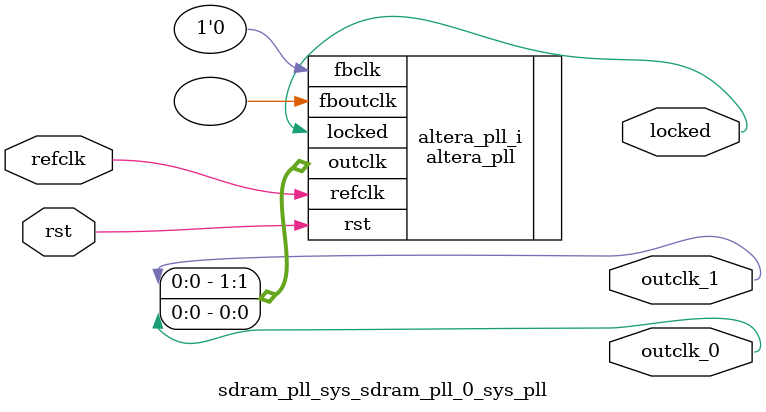
<source format=v>
`timescale 1ns/10ps
module  sdram_pll_sys_sdram_pll_0_sys_pll(

	// interface 'refclk'
	input wire refclk,

	// interface 'reset'
	input wire rst,

	// interface 'outclk0'
	output wire outclk_0,

	// interface 'outclk1'
	output wire outclk_1,

	// interface 'locked'
	output wire locked
);

	altera_pll #(
		.fractional_vco_multiplier("false"),
		.reference_clock_frequency("50.0 MHz"),
		.operation_mode("direct"),
		.number_of_clocks(2),
		.output_clock_frequency0("50.000000 MHz"),
		.phase_shift0("0 ps"),
		.duty_cycle0(50),
		.output_clock_frequency1("50.000000 MHz"),
		.phase_shift1("-3000 ps"),
		.duty_cycle1(50),
		.output_clock_frequency2("0 MHz"),
		.phase_shift2("0 ps"),
		.duty_cycle2(50),
		.output_clock_frequency3("0 MHz"),
		.phase_shift3("0 ps"),
		.duty_cycle3(50),
		.output_clock_frequency4("0 MHz"),
		.phase_shift4("0 ps"),
		.duty_cycle4(50),
		.output_clock_frequency5("0 MHz"),
		.phase_shift5("0 ps"),
		.duty_cycle5(50),
		.output_clock_frequency6("0 MHz"),
		.phase_shift6("0 ps"),
		.duty_cycle6(50),
		.output_clock_frequency7("0 MHz"),
		.phase_shift7("0 ps"),
		.duty_cycle7(50),
		.output_clock_frequency8("0 MHz"),
		.phase_shift8("0 ps"),
		.duty_cycle8(50),
		.output_clock_frequency9("0 MHz"),
		.phase_shift9("0 ps"),
		.duty_cycle9(50),
		.output_clock_frequency10("0 MHz"),
		.phase_shift10("0 ps"),
		.duty_cycle10(50),
		.output_clock_frequency11("0 MHz"),
		.phase_shift11("0 ps"),
		.duty_cycle11(50),
		.output_clock_frequency12("0 MHz"),
		.phase_shift12("0 ps"),
		.duty_cycle12(50),
		.output_clock_frequency13("0 MHz"),
		.phase_shift13("0 ps"),
		.duty_cycle13(50),
		.output_clock_frequency14("0 MHz"),
		.phase_shift14("0 ps"),
		.duty_cycle14(50),
		.output_clock_frequency15("0 MHz"),
		.phase_shift15("0 ps"),
		.duty_cycle15(50),
		.output_clock_frequency16("0 MHz"),
		.phase_shift16("0 ps"),
		.duty_cycle16(50),
		.output_clock_frequency17("0 MHz"),
		.phase_shift17("0 ps"),
		.duty_cycle17(50),
		.pll_type("General"),
		.pll_subtype("General")
	) altera_pll_i (
		.rst	(rst),
		.outclk	({outclk_1, outclk_0}),
		.locked	(locked),
		.fboutclk	( ),
		.fbclk	(1'b0),
		.refclk	(refclk)
	);
endmodule


</source>
